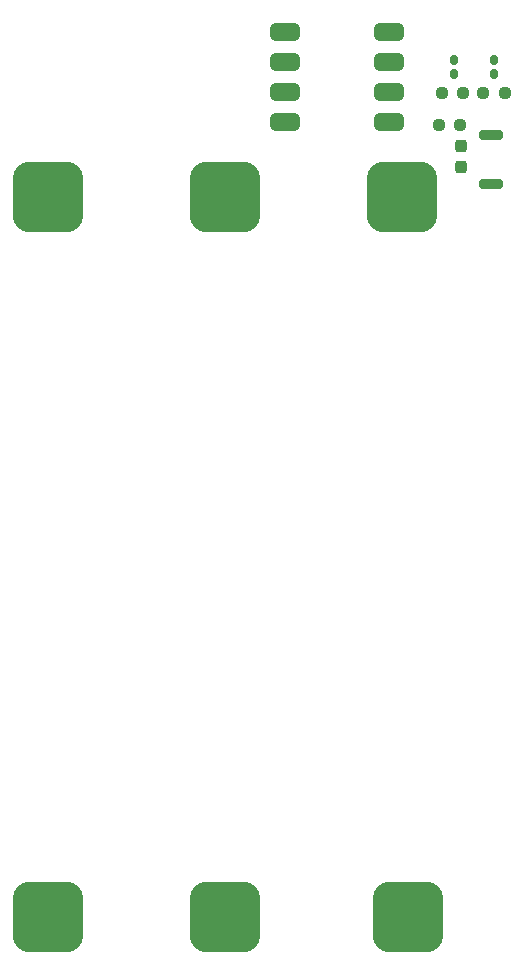
<source format=gbr>
%TF.GenerationSoftware,KiCad,Pcbnew,7.0.2*%
%TF.CreationDate,2024-06-10T16:57:37+03:00*%
%TF.ProjectId,STM32_NRF24L01_Sleep_mode,53544d33-325f-44e5-9246-32344c30315f,rev?*%
%TF.SameCoordinates,Original*%
%TF.FileFunction,Paste,Top*%
%TF.FilePolarity,Positive*%
%FSLAX46Y46*%
G04 Gerber Fmt 4.6, Leading zero omitted, Abs format (unit mm)*
G04 Created by KiCad (PCBNEW 7.0.2) date 2024-06-10 16:57:37*
%MOMM*%
%LPD*%
G01*
G04 APERTURE LIST*
G04 Aperture macros list*
%AMRoundRect*
0 Rectangle with rounded corners*
0 $1 Rounding radius*
0 $2 $3 $4 $5 $6 $7 $8 $9 X,Y pos of 4 corners*
0 Add a 4 corners polygon primitive as box body*
4,1,4,$2,$3,$4,$5,$6,$7,$8,$9,$2,$3,0*
0 Add four circle primitives for the rounded corners*
1,1,$1+$1,$2,$3*
1,1,$1+$1,$4,$5*
1,1,$1+$1,$6,$7*
1,1,$1+$1,$8,$9*
0 Add four rect primitives between the rounded corners*
20,1,$1+$1,$2,$3,$4,$5,0*
20,1,$1+$1,$4,$5,$6,$7,0*
20,1,$1+$1,$6,$7,$8,$9,0*
20,1,$1+$1,$8,$9,$2,$3,0*%
G04 Aperture macros list end*
%ADD10RoundRect,1.500000X-1.500000X-1.500000X1.500000X-1.500000X1.500000X1.500000X-1.500000X1.500000X0*%
%ADD11RoundRect,0.375000X-0.875000X-0.375000X0.875000X-0.375000X0.875000X0.375000X-0.875000X0.375000X0*%
%ADD12RoundRect,0.237500X0.250000X0.237500X-0.250000X0.237500X-0.250000X-0.237500X0.250000X-0.237500X0*%
%ADD13RoundRect,0.237500X-0.250000X-0.237500X0.250000X-0.237500X0.250000X0.237500X-0.250000X0.237500X0*%
%ADD14RoundRect,0.237500X-0.237500X0.300000X-0.237500X-0.300000X0.237500X-0.300000X0.237500X0.300000X0*%
%ADD15RoundRect,0.200000X-0.800000X0.200000X-0.800000X-0.200000X0.800000X-0.200000X0.800000X0.200000X0*%
%ADD16RoundRect,0.160000X0.160000X-0.222500X0.160000X0.222500X-0.160000X0.222500X-0.160000X-0.222500X0*%
G04 APERTURE END LIST*
D10*
%TO.C,BT4*%
X-131566000Y-104414000D03*
X-162066000Y-43414000D03*
X-132066000Y-43414000D03*
X-147066000Y-104414000D03*
X-147066000Y-43414000D03*
X-162066000Y-104414000D03*
%TD*%
D11*
%TO.C,SW4*%
X-133217000Y-29453500D03*
X-133217000Y-31993500D03*
X-133217000Y-34533500D03*
X-133217000Y-37073500D03*
X-141980000Y-37073500D03*
X-141980000Y-34533500D03*
X-141980000Y-31993500D03*
X-141980000Y-29453500D03*
%TD*%
D12*
%TO.C,R10*%
X-123375000Y-34600000D03*
X-125200000Y-34600000D03*
%TD*%
D13*
%TO.C,R8*%
X-128975000Y-37300000D03*
X-127150000Y-37300000D03*
%TD*%
%TO.C,R3*%
X-128712500Y-34600000D03*
X-126887500Y-34600000D03*
%TD*%
D14*
%TO.C,C17*%
X-127125000Y-39125000D03*
X-127125000Y-40850000D03*
%TD*%
D15*
%TO.C,SW3*%
X-124575000Y-38150000D03*
X-124575000Y-42350000D03*
%TD*%
D16*
%TO.C,D1*%
X-127650000Y-31855000D03*
X-127650000Y-33000000D03*
%TD*%
%TO.C,D3*%
X-124300000Y-32975000D03*
X-124300000Y-31830000D03*
%TD*%
M02*

</source>
